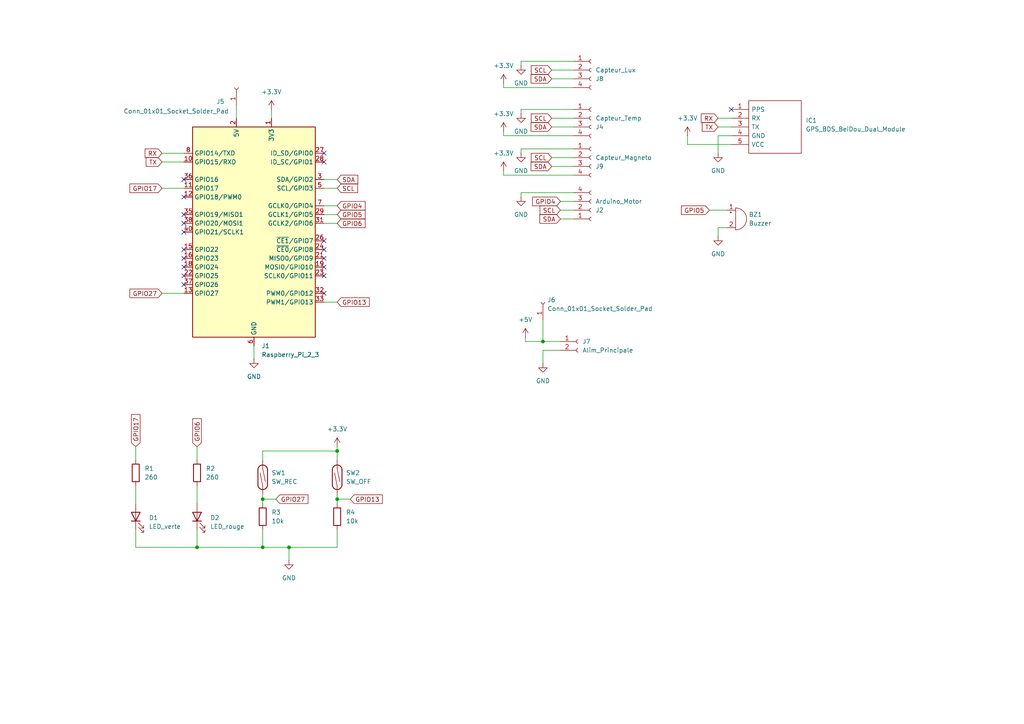
<source format=kicad_sch>
(kicad_sch (version 20231120) (generator "eeschema") (generator_version "8.0")
  (paper "A4")
  (lib_symbols
    (symbol "Conn_01x02_Socket_5v_IN_1" (pin_names (offset 1.016) hide)
      (property "Reference" "J7" (at 1.27 0.0001 0))
      (property "Value" "Conn_01x02_Socket_5v_IN" (at 1.27 -2.5399 0))
      (symbol "Conn_01x02_Socket_5v_IN_1_1_1"
        (arc (start 0 -2.032) (mid -0.5058 -2.54) (end 0 -3.048) (stroke (width 0.1524)))
        (polyline (pts (xy -1.27 -2.54) (xy -0.508 -2.54)) (stroke (width 0.1524)))
        (polyline (pts (xy -1.27 0) (xy -0.508 0)) (stroke (width 0.1524)))
        (arc (start 0 0.508) (mid -0.5058 0) (end 0 -0.508) (stroke (width 0.1524)))
        (pin passive line (at -5.08 0 0) (length 3.81) (name "Pin_1") (number "1"))
        (pin power_out line (at -5.08 -2.54 0) (length 3.81) (name "Pin_2") (number "2"))
      )
    )
    (symbol "Conn_01x04_Socket_1" (pin_names (offset 1.016) hide)
      (property "Reference" "J4" (at 1.27 0.0001 0))
      (property "Value" "Capteur_Temp" (at 1.27 -2.5399 0))
      (symbol "Conn_01x04_Socket_1_1_1"
        (arc (start 0 -4.572) (mid -0.5058 -5.08) (end 0 -5.588) (stroke (width 0.1524)))
        (arc (start 0 -2.032) (mid -0.5058 -2.54) (end 0 -3.048) (stroke (width 0.1524)))
        (polyline (pts (xy -1.27 -5.08) (xy -0.508 -5.08)) (stroke (width 0.1524)))
        (polyline (pts (xy -1.27 -2.54) (xy -0.508 -2.54)) (stroke (width 0.1524)))
        (polyline (pts (xy -1.27 0) (xy -0.508 0)) (stroke (width 0.1524)))
        (polyline (pts (xy -1.27 2.54) (xy -0.508 2.54)) (stroke (width 0.1524)))
        (arc (start 0 0.508) (mid -0.5058 0) (end 0 -0.508) (stroke (width 0.1524)))
        (arc (start 0 3.048) (mid -0.5058 2.54) (end 0 2.032) (stroke (width 0.1524)))
        (pin passive line (at -5.08 -5.08 0) (length 3.81) (name "Pin_1") (number "1"))
        (pin passive line (at -5.08 -2.54 0) (length 3.81) (name "Pin_2") (number "2"))
        (pin passive line (at -5.08 0 0) (length 3.81) (name "Pin_3") (number "3"))
        (pin passive line (at -5.08 2.54 0) (length 3.81) (name "Pin_4") (number "4"))
      )
    )
    (symbol "Connector:Conn_01x04_Socket" (pin_names (offset 1.016) hide)
      (property "Reference" "J" (at 0 5.08 0))
      (property "Value" "Conn_01x04_Socket" (at 0 -7.62 0))
      (symbol "Conn_01x04_Socket_1_1"
        (arc (start 0 -4.572) (mid -0.5058 -5.08) (end 0 -5.588) (stroke (width 0.1524)))
        (arc (start 0 -2.032) (mid -0.5058 -2.54) (end 0 -3.048) (stroke (width 0.1524)))
        (polyline (pts (xy -1.27 -5.08) (xy -0.508 -5.08)) (stroke (width 0.1524)))
        (polyline (pts (xy -1.27 -2.54) (xy -0.508 -2.54)) (stroke (width 0.1524)))
        (polyline (pts (xy -1.27 0) (xy -0.508 0)) (stroke (width 0.1524)))
        (polyline (pts (xy -1.27 2.54) (xy -0.508 2.54)) (stroke (width 0.1524)))
        (arc (start 0 0.508) (mid -0.5058 0) (end 0 -0.508) (stroke (width 0.1524)))
        (arc (start 0 3.048) (mid -0.5058 2.54) (end 0 2.032) (stroke (width 0.1524)))
        (pin passive line (at -5.08 2.54 0) (length 3.81) (name "Pin_1") (number "1"))
        (pin passive line (at -5.08 0 0) (length 3.81) (name "Pin_2") (number "2"))
        (pin passive line (at -5.08 -2.54 0) (length 3.81) (name "Pin_3") (number "3"))
        (pin passive line (at -5.08 -5.08 0) (length 3.81) (name "Pin_4") (number "4"))
      )
    )
    (symbol "Connector:Raspberry_Pi_2_3"
      (property "Reference" "J1" (at 2.1941 -33.02 0))
      (property "Value" "Raspberry_Pi_2_3" (at 2.1941 -35.56 0))
      (symbol "Raspberry_Pi_2_3_0_1"
        (rectangle (start -17.78 30.48) (end 17.78 -30.48) (stroke (width 0.254)) (fill (type background)))
      )
      (symbol "Raspberry_Pi_2_3_1_1"
        (pin power_out line (at 5.08 33.02 270) (length 2.54) (name "3V3") (number "1"))
        (pin bidirectional line (at -20.32 20.32 0) (length 2.54) (name "GPIO15/RXD") (number "10"))
        (pin bidirectional line (at -20.32 12.7 0) (length 2.54) (name "GPIO17") (number "11"))
        (pin bidirectional line (at -20.32 10.16 0) (length 2.54) (name "GPIO18/PWM0") (number "12"))
        (pin bidirectional line (at -20.32 -17.78 0) (length 2.54) (name "GPIO27") (number "13"))
        (pin passive line (at 0 -33.02 90) (length 2.54) hide (name "GND") (number "14"))
        (pin bidirectional line (at -20.32 -5.08 0) (length 2.54) (name "GPIO22") (number "15"))
        (pin bidirectional line (at -20.32 -7.62 0) (length 2.54) (name "GPIO23") (number "16"))
        (pin passive line (at 5.08 33.02 270) (length 2.54) hide (name "3V3") (number "17"))
        (pin bidirectional line (at -20.32 -10.16 0) (length 2.54) (name "GPIO24") (number "18"))
        (pin bidirectional line (at 20.32 -10.16 180) (length 2.54) (name "MOSI0/GPIO10") (number "19"))
        (pin power_in line (at -5.08 33.02 270) (length 2.54) (name "5V") (number "2"))
        (pin passive line (at 0 -33.02 90) (length 2.54) hide (name "GND") (number "20"))
        (pin bidirectional line (at 20.32 -7.62 180) (length 2.54) (name "MISO0/GPIO9") (number "21"))
        (pin bidirectional line (at -20.32 -12.7 0) (length 2.54) (name "GPIO25") (number "22"))
        (pin bidirectional line (at 20.32 -12.7 180) (length 2.54) (name "SCLK0/GPIO11") (number "23"))
        (pin bidirectional line (at 20.32 -5.08 180) (length 2.54) (name "~{CE0}/GPIO8") (number "24"))
        (pin passive line (at 0 -33.02 90) (length 2.54) hide (name "GND") (number "25"))
        (pin bidirectional line (at 20.32 -2.54 180) (length 2.54) (name "~{CE1}/GPIO7") (number "26"))
        (pin bidirectional line (at 20.32 22.86 180) (length 2.54) (name "ID_SD/GPIO0") (number "27"))
        (pin bidirectional line (at 20.32 20.32 180) (length 2.54) (name "ID_SC/GPIO1") (number "28"))
        (pin bidirectional line (at 20.32 5.08 180) (length 2.54) (name "GCLK1/GPIO5") (number "29"))
        (pin bidirectional line (at 20.32 15.24 180) (length 2.54) (name "SDA/GPIO2") (number "3"))
        (pin passive line (at 0 -33.02 90) (length 2.54) hide (name "GND") (number "30"))
        (pin bidirectional line (at 20.32 2.54 180) (length 2.54) (name "GCLK2/GPIO6") (number "31"))
        (pin bidirectional line (at 20.32 -17.78 180) (length 2.54) (name "PWM0/GPIO12") (number "32"))
        (pin bidirectional line (at 20.32 -20.32 180) (length 2.54) (name "PWM1/GPIO13") (number "33"))
        (pin passive line (at 0 -33.02 90) (length 2.54) hide (name "GND") (number "34"))
        (pin bidirectional line (at -20.32 5.08 0) (length 2.54) (name "GPIO19/MISO1") (number "35"))
        (pin bidirectional line (at -20.32 15.24 0) (length 2.54) (name "GPIO16") (number "36"))
        (pin bidirectional line (at -20.32 -15.24 0) (length 2.54) (name "GPIO26") (number "37"))
        (pin bidirectional line (at -20.32 2.54 0) (length 2.54) (name "GPIO20/MOSI1") (number "38"))
        (pin passive line (at 0 -33.02 90) (length 2.54) hide (name "GND") (number "39"))
        (pin passive line (at -5.08 33.02 270) (length 2.54) hide (name "5V") (number "4"))
        (pin bidirectional line (at -20.32 0 0) (length 2.54) (name "GPIO21/SCLK1") (number "40"))
        (pin bidirectional line (at 20.32 12.7 180) (length 2.54) (name "SCL/GPIO3") (number "5"))
        (pin power_in line (at 0 -33.02 90) (length 2.54) (name "GND") (number "6"))
        (pin bidirectional line (at 20.32 7.62 180) (length 2.54) (name "GCLK0/GPIO4") (number "7"))
        (pin bidirectional line (at -20.32 22.86 0) (length 2.54) (name "GPIO14/TXD") (number "8"))
        (pin passive line (at 0 -33.02 90) (length 2.54) hide (name "GND") (number "9"))
      )
    )
    (symbol "Device:Buzzer" (pin_names (offset 0.0254) hide)
      (property "Reference" "BZ" (at 3.81 1.27 0))
      (property "Value" "Buzzer" (at 3.81 -1.27 0))
      (symbol "Buzzer_0_1"
        (arc (start 0 -3.175) (mid 3.1612 0) (end 0 3.175))
        (polyline (pts (xy -1.651 1.905) (xy -1.143 1.905)))
        (polyline (pts (xy -1.397 2.159) (xy -1.397 1.651)))
        (polyline (pts (xy 0 3.175) (xy 0 -3.175)))
      )
      (symbol "Buzzer_1_1"
        (pin passive line (at -2.54 2.54 0) (length 2.54) (name "+") (number "1"))
        (pin passive line (at -2.54 -2.54 0) (length 2.54) (name "-") (number "2"))
      )
    )
    (symbol "Device:LED" (pin_numbers hide) (pin_names (offset 1.016) hide)
      (property "Reference" "D" (at 0 2.54 0))
      (property "Value" "LED" (at 0 -2.54 0))
      (symbol "LED_0_1"
        (polyline (pts (xy -1.27 -1.27) (xy -1.27 1.27)) (stroke (width 0.254)))
        (polyline (pts (xy -1.27 0) (xy 1.27 0)))
        (polyline (pts (xy 1.27 -1.27) (xy 1.27 1.27) (xy -1.27 0) (xy 1.27 -1.27)) (stroke (width 0.254)))
        (polyline (pts (xy -3.048 -0.762) (xy -4.572 -2.286) (xy -3.81 -2.286) (xy -4.572 -2.286) (xy -4.572 -1.524)))
        (polyline (pts (xy -1.778 -0.762) (xy -3.302 -2.286) (xy -2.54 -2.286) (xy -3.302 -2.286) (xy -3.302 -1.524)))
      )
      (symbol "LED_1_1"
        (pin passive line (at -3.81 0 0) (length 2.54) (name "K") (number "1"))
        (pin passive line (at 3.81 0 180) (length 2.54) (name "A") (number "2"))
      )
    )
    (symbol "Device:R" (pin_numbers hide) (pin_names (offset 0))
      (property "Reference" "R" (at 2.032 0 90))
      (property "Value" "R" (at 0 0 90))
      (symbol "R_0_1"
        (rectangle (start -1.016 -2.54) (end 1.016 2.54) (stroke (width 0.254)))
      )
      (symbol "R_1_1"
        (pin passive line (at 0 3.81 270) (length 1.27) (name "~") (number "1"))
        (pin passive line (at 0 -3.81 90) (length 1.27) (name "~") (number "2"))
      )
    )
    (symbol "Kosmos_4.0_motor:Conn_01x01_Socket_Solder_Pad" (pin_names (offset 1.016) hide)
      (property "Reference" "J" (at 0 2.54 0))
      (property "Value" "Conn_01x01_Socket_Solder_Pad" (at 0 -2.54 0))
      (symbol "Conn_01x01_Socket_Solder_Pad_1_1"
        (polyline (pts (xy -1.27 0) (xy -0.508 0)) (stroke (width 0.1524)))
        (arc (start 0 0.508) (mid -0.5058 0) (end 0 -0.508) (stroke (width 0.1524)))
        (pin power_out line (at -5.08 0 0) (length 3.81) (name "Pin_1") (number "1"))
      )
    )
    (symbol "Kosmos_4.0_motor:GPS_BDS_BeiDou_Dual_Module" (pin_names (offset 0.762))
      (property "Reference" "IC1" (at 21.59 1.9051 0))
      (property "Value" "GPS_BDS_BeiDou_Dual_Module" (at 21.59 -0.6349 0))
      (symbol "GPS_BDS_BeiDou_Dual_Module_0_1"
        (polyline (pts (xy 5.08 7.62) (xy 20.32 7.62) (xy 20.32 -7.62) (xy 5.08 -7.62) (xy 5.08 7.62)) (stroke (width 0.1524)))
      )
      (symbol "GPS_BDS_BeiDou_Dual_Module_1_0"
        (pin passive line (at 0 5.08 0) (length 5.08) (name "PPS") (number "1"))
        (pin passive line (at 0 2.54 0) (length 5.08) (name "RX") (number "2"))
        (pin passive line (at 0 0 0) (length 5.08) (name "TX") (number "3"))
        (pin passive line (at 0 -2.54 0) (length 5.08) (name "GND") (number "4"))
        (pin passive line (at 0 -5.08 0) (length 5.08) (name "VCC") (number "5"))
      )
    )
    (symbol "Switch:SW_Reed" (pin_numbers hide) (pin_names (offset 0) hide)
      (property "Reference" "SW" (at 0 2.54 0))
      (property "Value" "SW_Reed" (at 0 -2.54 0))
      (symbol "SW_Reed_0_0"
        (arc (start -2.159 1.397) (mid -3.55 0) (end -2.159 -1.397) (stroke (width 0.254)))
        (polyline (pts (xy -2.54 0) (xy 1.27 0.762)))
        (polyline (pts (xy -2.159 -1.397) (xy 2.286 -1.397)) (stroke (width 0.254)))
        (polyline (pts (xy 2.159 1.397) (xy -2.159 1.397)) (stroke (width 0.254)))
        (polyline (pts (xy 2.54 0) (xy -1.27 -0.762)))
        (arc (start 2.159 -1.397) (mid 3.55 0) (end 2.159 1.397) (stroke (width 0.254)))
      )
      (symbol "SW_Reed_1_1"
        (pin passive line (at -5.08 0 0) (length 2.54) (name "1") (number "1"))
        (pin passive line (at 5.08 0 180) (length 2.54) (name "2") (number "2"))
      )
    )
    (symbol "power:+3.3V" (power) (pin_numbers hide) (pin_names (offset 0) hide)
      (property "Value" "+3.3V" (at 0 3.556 0))
      (symbol "+3.3V_0_1"
        (polyline (pts (xy -0.762 1.27) (xy 0 2.54)))
        (polyline (pts (xy 0 0) (xy 0 2.54)))
        (polyline (pts (xy 0 2.54) (xy 0.762 1.27)))
      )
      (symbol "+3.3V_1_1"
        (pin power_in line (at 0 0 90) (length 0) (name "~") (number "1"))
      )
    )
    (symbol "power:+5V" (power) (pin_numbers hide) (pin_names (offset 0) hide)
      (property "Value" "+5V" (at 0 3.556 0))
      (symbol "+5V_0_1"
        (polyline (pts (xy -0.762 1.27) (xy 0 2.54)))
        (polyline (pts (xy 0 0) (xy 0 2.54)))
        (polyline (pts (xy 0 2.54) (xy 0.762 1.27)))
      )
      (symbol "+5V_1_1"
        (pin power_in line (at 0 0 90) (length 0) (name "~") (number "1"))
      )
    )
    (symbol "power:GND" (power) (pin_numbers hide) (pin_names (offset 0) hide)
      (property "Value" "GND" (at 0 -3.81 0))
      (symbol "GND_0_1"
        (polyline (pts (xy 0 0) (xy 0 -1.27) (xy 1.27 -1.27) (xy 0 -2.54) (xy -1.27 -1.27) (xy 0 -1.27)))
      )
      (symbol "GND_1_1"
        (pin power_in line (at 0 0 270) (length 0) (name "~") (number "1"))
      )
    )
  )
  (junction (at 76.2 144.78))
  (junction (at 97.79 144.78))
  (junction (at 76.2 158.75))
  (junction (at 83.82 158.75))
  (junction (at 97.79 130.81))
  (junction (at 57.15 158.75))
  (junction (at 157.48 99.06))
  (no_connect (at 93.98 74.93))
  (no_connect (at 93.98 72.39))
  (no_connect (at 93.98 80.01))
  (no_connect (at 53.34 64.77))
  (no_connect (at 53.34 80.01))
  (no_connect (at 53.34 74.93))
  (no_connect (at 93.98 44.45))
  (no_connect (at 93.98 69.85))
  (no_connect (at 53.34 72.39))
  (no_connect (at 93.98 85.09))
  (no_connect (at 93.98 77.47))
  (no_connect (at 53.34 77.47))
  (no_connect (at 53.34 57.15))
  (no_connect (at 212.09 31.75))
  (no_connect (at 53.34 67.31))
  (no_connect (at 53.34 52.07))
  (no_connect (at 93.98 46.99))
  (no_connect (at 53.34 82.55))
  (no_connect (at 53.34 62.23))
  (wire (pts (xy 151.13 57.15) (xy 151.13 55.88)))
  (wire (pts (xy 151.13 17.78) (xy 166.37 17.78)))
  (wire (pts (xy 199.39 41.91) (xy 199.39 39.37)))
  (wire (pts (xy 93.98 52.07) (xy 97.79 52.07)))
  (wire (pts (xy 212.09 41.91) (xy 199.39 41.91)))
  (wire (pts (xy 151.13 55.88) (xy 166.37 55.88)))
  (wire (pts (xy 93.98 59.69) (xy 97.79 59.69)))
  (wire (pts (xy 76.2 130.81) (xy 76.2 133.35)))
  (wire (pts (xy 57.15 158.75) (xy 76.2 158.75)))
  (wire (pts (xy 97.79 144.78) (xy 101.6 144.78)))
  (wire (pts (xy 46.99 46.99) (xy 53.34 46.99)))
  (wire (pts (xy 160.02 22.86) (xy 166.37 22.86)))
  (wire (pts (xy 93.98 54.61) (xy 97.79 54.61)))
  (wire (pts (xy 76.2 130.81) (xy 97.79 130.81)))
  (wire (pts (xy 76.2 144.78) (xy 80.01 144.78)))
  (wire (pts (xy 162.56 63.5) (xy 166.37 63.5)))
  (wire (pts (xy 76.2 158.75) (xy 83.82 158.75)))
  (wire (pts (xy 151.13 31.75) (xy 151.13 33.02)))
  (wire (pts (xy 39.37 129.54) (xy 39.37 133.35)))
  (wire (pts (xy 208.28 39.37) (xy 208.28 44.45)))
  (wire (pts (xy 151.13 31.75) (xy 166.37 31.75)))
  (wire (pts (xy 97.79 130.81) (xy 97.79 129.54)))
  (wire (pts (xy 151.13 43.18) (xy 166.37 43.18)))
  (wire (pts (xy 152.4 97.79) (xy 152.4 99.06)))
  (wire (pts (xy 76.2 143.51) (xy 76.2 144.78)))
  (wire (pts (xy 93.98 64.77) (xy 97.79 64.77)))
  (wire (pts (xy 157.48 99.06) (xy 162.56 99.06)))
  (wire (pts (xy 160.02 48.26) (xy 166.37 48.26)))
  (wire (pts (xy 160.02 20.32) (xy 166.37 20.32)))
  (wire (pts (xy 146.05 50.8) (xy 146.05 49.53)))
  (wire (pts (xy 162.56 60.96) (xy 166.37 60.96)))
  (wire (pts (xy 78.74 31.75) (xy 78.74 34.29)))
  (wire (pts (xy 76.2 153.67) (xy 76.2 158.75)))
  (wire (pts (xy 157.48 105.41) (xy 157.48 101.6)))
  (wire (pts (xy 97.79 144.78) (xy 97.79 146.05)))
  (wire (pts (xy 46.99 54.61) (xy 53.34 54.61)))
  (wire (pts (xy 76.2 144.78) (xy 76.2 146.05)))
  (wire (pts (xy 208.28 68.58) (xy 208.28 66.04)))
  (wire (pts (xy 73.66 100.33) (xy 73.66 104.14)))
  (wire (pts (xy 146.05 25.4) (xy 166.37 25.4)))
  (wire (pts (xy 162.56 58.42) (xy 166.37 58.42)))
  (wire (pts (xy 208.28 34.29) (xy 212.09 34.29)))
  (wire (pts (xy 97.79 143.51) (xy 97.79 144.78)))
  (wire (pts (xy 160.02 34.29) (xy 166.37 34.29)))
  (wire (pts (xy 83.82 162.56) (xy 83.82 158.75)))
  (wire (pts (xy 57.15 140.97) (xy 57.15 146.05)))
  (wire (pts (xy 146.05 39.37) (xy 146.05 38.1)))
  (wire (pts (xy 146.05 25.4) (xy 146.05 24.13)))
  (wire (pts (xy 146.05 39.37) (xy 166.37 39.37)))
  (wire (pts (xy 205.74 60.96) (xy 210.82 60.96)))
  (wire (pts (xy 68.58 30.48) (xy 68.58 34.29)))
  (wire (pts (xy 208.28 66.04) (xy 210.82 66.04)))
  (wire (pts (xy 160.02 45.72) (xy 166.37 45.72)))
  (wire (pts (xy 212.09 39.37) (xy 208.28 39.37)))
  (wire (pts (xy 157.48 92.71) (xy 157.48 99.06)))
  (wire (pts (xy 57.15 129.54) (xy 57.15 133.35)))
  (wire (pts (xy 46.99 44.45) (xy 53.34 44.45)))
  (wire (pts (xy 93.98 62.23) (xy 97.79 62.23)))
  (wire (pts (xy 39.37 158.75) (xy 57.15 158.75)))
  (wire (pts (xy 39.37 153.67) (xy 39.37 158.75)))
  (wire (pts (xy 151.13 43.18) (xy 151.13 44.45)))
  (wire (pts (xy 93.98 87.63) (xy 97.79 87.63)))
  (wire (pts (xy 152.4 99.06) (xy 157.48 99.06)))
  (wire (pts (xy 57.15 153.67) (xy 57.15 158.75)))
  (wire (pts (xy 46.99 85.09) (xy 53.34 85.09)))
  (wire (pts (xy 146.05 50.8) (xy 166.37 50.8)))
  (wire (pts (xy 157.48 101.6) (xy 162.56 101.6)))
  (wire (pts (xy 97.79 153.67) (xy 97.79 158.75)))
  (wire (pts (xy 208.28 36.83) (xy 212.09 36.83)))
  (wire (pts (xy 39.37 140.97) (xy 39.37 146.05)))
  (wire (pts (xy 151.13 17.78) (xy 151.13 19.05)))
  (wire (pts (xy 160.02 36.83) (xy 166.37 36.83)))
  (wire (pts (xy 97.79 130.81) (xy 97.79 133.35)))
  (wire (pts (xy 83.82 158.75) (xy 97.79 158.75)))
  (global_label "GPIO13" (shape input) (at 97.79 87.63 0) (property "Intersheetrefs" "${INTERSHEET_REFS}" (effects (hide yes))))
  (global_label "GPIO4" (shape input) (at 97.79 59.69 0) (property "Intersheetrefs" "${INTERSHEET_REFS}" (effects (hide yes))))
  (global_label "SDA" (shape input) (at 97.79 52.07 0) (property "Intersheetrefs" "${INTERSHEET_REFS}" (effects (hide yes))))
  (global_label "RX" (shape input) (at 46.99 44.45 180) (property "Intersheetrefs" "${INTERSHEET_REFS}" (effects (hide yes))))
  (global_label "RX" (shape input) (at 208.28 34.29 180) (property "Intersheetrefs" "${INTERSHEET_REFS}" (effects (hide yes))))
  (global_label "TX" (shape input) (at 208.28 36.83 180) (property "Intersheetrefs" "${INTERSHEET_REFS}" (effects (hide yes))))
  (global_label "GPIO4" (shape input) (at 162.56 58.42 180) (property "Intersheetrefs" "${INTERSHEET_REFS}" (effects (hide yes))))
  (global_label "GPIO6" (shape input) (at 97.79 64.77 0) (property "Intersheetrefs" "${INTERSHEET_REFS}" (effects (hide yes))))
  (global_label "SCL" (shape input) (at 160.02 20.32 180) (property "Intersheetrefs" "${INTERSHEET_REFS}" (effects (hide yes))))
  (global_label "SDA" (shape input) (at 160.02 36.83 180) (property "Intersheetrefs" "${INTERSHEET_REFS}" (effects (hide yes))))
  (global_label "TX" (shape input) (at 46.99 46.99 180) (property "Intersheetrefs" "${INTERSHEET_REFS}" (effects (hide yes))))
  (global_label "SCL" (shape input) (at 162.56 60.96 180) (property "Intersheetrefs" "${INTERSHEET_REFS}" (effects (hide yes))))
  (global_label "GPIO5" (shape input) (at 205.74 60.96 180) (property "Intersheetrefs" "${INTERSHEET_REFS}" (effects (hide yes))))
  (global_label "GPIO17" (shape input) (at 39.37 129.54 90) (property "Intersheetrefs" "${INTERSHEET_REFS}" (effects (hide yes))))
  (global_label "GPIO6" (shape input) (at 57.15 129.54 90) (property "Intersheetrefs" "${INTERSHEET_REFS}" (effects (hide yes))))
  (global_label "GPIO27" (shape input) (at 46.99 85.09 180) (property "Intersheetrefs" "${INTERSHEET_REFS}" (effects (hide yes))))
  (global_label "GPIO17" (shape input) (at 46.99 54.61 180) (property "Intersheetrefs" "${INTERSHEET_REFS}" (effects (hide yes))))
  (global_label "SDA" (shape input) (at 160.02 22.86 180) (property "Intersheetrefs" "${INTERSHEET_REFS}" (effects (hide yes))))
  (global_label "GPIO5" (shape input) (at 97.79 62.23 0) (property "Intersheetrefs" "${INTERSHEET_REFS}" (effects (hide yes))))
  (global_label "SDA" (shape input) (at 160.02 48.26 180) (property "Intersheetrefs" "${INTERSHEET_REFS}" (effects (hide yes))))
  (global_label "SCL" (shape input) (at 97.79 54.61 0) (property "Intersheetrefs" "${INTERSHEET_REFS}" (effects (hide yes))))
  (global_label "SCL" (shape input) (at 160.02 34.29 180) (property "Intersheetrefs" "${INTERSHEET_REFS}" (effects (hide yes))))
  (global_label "GPIO27" (shape input) (at 80.01 144.78 0) (property "Intersheetrefs" "${INTERSHEET_REFS}" (effects (hide yes))))
  (global_label "GPIO13" (shape input) (at 101.6 144.78 0) (property "Intersheetrefs" "${INTERSHEET_REFS}" (effects (hide yes))))
  (global_label "SCL" (shape input) (at 160.02 45.72 180) (property "Intersheetrefs" "${INTERSHEET_REFS}" (effects (hide yes))))
  (global_label "SDA" (shape input) (at 162.56 63.5 180) (property "Intersheetrefs" "${INTERSHEET_REFS}" (effects (hide yes))))
  (symbol (lib_id "power:+3.3V") (at 146.05 49.53 0) (unit 1)
    (property "Reference" "#PWR013" (effects (hide yes)))
    (property "Value" "+3.3V" (at 146.05 44.45 0))
    (property "Description" "Power symbol creates a global label with name \"+3.3V\"" (effects (hide yes)))
  )
  (symbol (lib_id "power:+3.3V") (at 97.79 129.54 0) (unit 1)
    (property "Reference" "#PWR05" (effects (hide yes)))
    (property "Value" "+3.3V" (at 97.79 124.46 0))
    (property "Description" "Power symbol creates a global label with name \"+3.3V\"" (effects (hide yes)))
  )
  (symbol (lib_id "power:GND") (at 151.13 57.15 0) (unit 1)
    (property "Reference" "#PWR07" (effects (hide yes)))
    (property "Value" "GND" (at 151.13 62.23 0))
    (property "Description" "Power symbol creates a global label with name \"GND\" , ground" (effects (hide yes)))
  )
  (symbol (lib_id "Device:R") (at 57.15 137.16 0) (unit 1)
    (property "Reference" "R2" (at 59.69 135.8899 0) (effects (justify left)))
    (property "Value" "260" (at 59.69 138.4299 0) (effects (justify left)))
    (property "Footprint" "Library_komsos:R_Axial_DIN0207_L6.3mm_D2.5mm_P10.16mm_Horizontal_v2.2mm" (effects (hide yes)))
    (property "Description" "Resistor" (effects (hide yes)))
  )
  (symbol (lib_id "Device:R") (at 39.37 137.16 0) (unit 1)
    (property "Reference" "R1" (at 41.91 135.8899 0) (effects (justify left)))
    (property "Value" "260" (at 41.91 138.4299 0) (effects (justify left)))
    (property "Footprint" "Library_komsos:R_Axial_DIN0207_L6.3mm_D2.5mm_P10.16mm_Horizontal_v2.2mm" (effects (hide yes)))
    (property "Description" "Resistor" (effects (hide yes)))
  )
  (symbol (lib_id "power:GND") (at 151.13 33.02 0) (unit 1)
    (property "Reference" "#PWR02" (effects (hide yes)))
    (property "Value" "GND" (at 151.13 38.1 0))
    (property "Description" "Power symbol creates a global label with name \"GND\" , ground" (effects (hide yes)))
  )
  (symbol (lib_id "power:GND") (at 208.28 68.58 0) (unit 1)
    (property "Reference" "#PWR09" (effects (hide yes)))
    (property "Value" "GND" (at 208.28 73.66 0))
    (property "Description" "Power symbol creates a global label with name \"GND\" , ground" (effects (hide yes)))
  )
  (symbol (lib_id "power:+3.3V") (at 199.39 39.37 0) (unit 1)
    (property "Reference" "#PWR014" (effects (hide yes)))
    (property "Value" "+3.3V" (at 199.39 34.29 0))
    (property "Description" "Power symbol creates a global label with name \"+3.3V\"" (effects (hide yes)))
  )
  (symbol (lib_id "power:+5V") (at 152.4 97.79 0) (unit 1)
    (property "Reference" "#PWR03" (effects (hide yes)))
    (property "Value" "+5V" (at 152.4 92.71 0))
    (property "Description" "Power symbol creates a global label with name \"+5V\"" (effects (hide yes)))
  )
  (symbol (lib_id "Device:LED") (at 39.37 149.86 90) (unit 1)
    (property "Reference" "D1" (at 43.18 150.1774 90) (effects (justify right)))
    (property "Value" "LED_verte" (at 43.18 152.7174 90) (effects (justify right)))
    (property "Footprint" "Library_komsos:LED_D5.0mm_v2.2mm" (effects (hide yes)))
    (property "Description" "Light emitting diode" (effects (hide yes)))
  )
  (symbol (lib_id "Device:R") (at 97.79 149.86 0) (unit 1)
    (property "Reference" "R4" (at 100.33 148.5899 0) (effects (justify left)))
    (property "Value" "10k" (at 100.33 151.1299 0) (effects (justify left)))
    (property "Footprint" "Library_komsos:R_Axial_DIN0207_L6.3mm_D2.5mm_P10.16mm_Horizontal_v2.2mm" (effects (hide yes)))
    (property "Description" "Resistor" (effects (hide yes)))
  )
  (symbol (lib_id "power:GND") (at 151.13 19.05 0) (unit 1)
    (property "Reference" "#PWR010" (effects (hide yes)))
    (property "Value" "GND" (at 151.13 24.13 0))
    (property "Description" "Power symbol creates a global label with name \"GND\" , ground" (effects (hide yes)))
  )
  (symbol (lib_id "power:GND") (at 157.48 105.41 0) (unit 1)
    (property "Reference" "#PWR018" (effects (hide yes)))
    (property "Value" "GND" (at 157.48 110.49 0))
    (property "Description" "Power symbol creates a global label with name \"GND\" , ground" (effects (hide yes)))
  )
  (symbol (lib_id "Device:R") (at 76.2 149.86 0) (unit 1)
    (property "Reference" "R3" (at 78.74 148.5899 0) (effects (justify left)))
    (property "Value" "10k" (at 78.74 151.1299 0) (effects (justify left)))
    (property "Footprint" "Library_komsos:R_Axial_DIN0207_L6.3mm_D2.5mm_P10.16mm_Horizontal_v2.2mm" (effects (hide yes)))
    (property "Description" "Resistor" (effects (hide yes)))
  )
  (symbol (lib_name "Conn_01x04_Socket_1") (lib_id "Connector:Conn_01x04_Socket") (at 171.45 36.83 0) (mirror x) (unit 1)
    (property "Reference" "J4" (at 172.72 36.8301 0) (effects (justify left)))
    (property "Value" "Capteur_Temp" (at 172.72 34.2901 0) (effects (justify left)))
    (property "Footprint" "Library_komsos:JST_EH_S4B-EH_1x04_P2.50mm_Horizontal_kosmos" (effects (hide yes)))
    (property "Description" "Generic connector, single row, 01x04, script generated" (effects (hide yes)))
  )
  (symbol (lib_id "Kosmos_4.0_motor:Conn_01x01_Socket_Solder_Pad") (at 68.58 25.4 90) (unit 1)
    (property "Reference" "J5" (at 62.738 29.464 90) (effects (justify right)))
    (property "Value" "Conn_01x01_Socket_Solder_Pad" (at 35.814 32.258 90) (effects (justify right)))
    (property "Footprint" "Library_komsos:TestPoint_Pad_4.0x4.0mm_KOSMOS" (effects (hide yes)))
    (property "Description" "Generic connector, single row, 01x01, script generated" (effects (hide yes)))
  )
  (symbol (lib_id "Kosmos_4.0_motor:Conn_01x01_Socket_Solder_Pad") (at 157.48 87.63 90) (unit 1)
    (property "Reference" "J6" (at 158.75 86.9949 90) (effects (justify right)))
    (property "Value" "Conn_01x01_Socket_Solder_Pad" (at 158.75 89.5349 90) (effects (justify right)))
    (property "Footprint" "Library_komsos:TestPoint_Pad_4.0x4.0mm_KOSMOS" (effects (hide yes)))
    (property "Description" "Generic connector, single row, 01x01, script generated" (effects (hide yes)))
  )
  (symbol (lib_id "Device:Buzzer") (at 213.36 63.5 0) (unit 1)
    (property "Reference" "BZ1" (at 217.17 62.2299 0) (effects (justify left)))
    (property "Value" "Buzzer" (at 217.17 64.7699 0) (effects (justify left)))
    (property "Footprint" "Library_komsos:Buzzer_D16.8_H8.2_P10_v2.2" (effects (hide yes)))
    (property "Description" "Buzzer, polarized" (effects (hide yes)))
  )
  (symbol (lib_name "Conn_01x04_Socket_1") (lib_id "Connector:Conn_01x04_Socket") (at 171.45 48.26 0) (mirror x) (unit 1)
    (property "Reference" "J9" (at 172.72 48.2601 0) (effects (justify left)))
    (property "Value" "Capteur_Magneto" (at 172.72 45.7201 0) (effects (justify left)))
    (property "Footprint" "Library_komsos:JST_EH_S4B-EH_1x04_P2.50mm_Horizontal_kosmos" (effects (hide yes)))
    (property "Description" "Generic connector, single row, 01x04, script generated" (effects (hide yes)))
  )
  (symbol (lib_id "power:GND") (at 151.13 44.45 0) (unit 1)
    (property "Reference" "#PWR017" (effects (hide yes)))
    (property "Value" "GND" (at 151.13 49.53 0))
    (property "Description" "Power symbol creates a global label with name \"GND\" , ground" (effects (hide yes)))
  )
  (symbol (lib_id "power:GND") (at 83.82 162.56 0) (unit 1)
    (property "Reference" "#PWR015" (effects (hide yes)))
    (property "Value" "GND" (at 83.82 167.64 0))
    (property "Description" "Power symbol creates a global label with name \"GND\" , ground" (effects (hide yes)))
  )
  (symbol (lib_name "Conn_01x04_Socket_1") (lib_id "Connector:Conn_01x04_Socket") (at 171.45 22.86 0) (mirror x) (unit 1)
    (property "Reference" "J8" (at 172.72 22.8601 0) (effects (justify left)))
    (property "Value" "Capteur_Lux" (at 172.72 20.3201 0) (effects (justify left)))
    (property "Footprint" "Library_komsos:JST_EH_S4B-EH_1x04_P2.50mm_Horizontal_kosmos" (effects (hide yes)))
    (property "Description" "Generic connector, single row, 01x04, script generated" (effects (hide yes)))
  )
  (symbol (lib_id "Device:LED") (at 57.15 149.86 90) (unit 1)
    (property "Reference" "D2" (at 60.96 150.1774 90) (effects (justify right)))
    (property "Value" "LED_rouge" (at 60.96 152.7174 90) (effects (justify right)))
    (property "Footprint" "Library_komsos:LED_D5.0mm_v2.2mm" (effects (hide yes)))
    (property "Description" "Light emitting diode" (effects (hide yes)))
  )
  (symbol (lib_id "Switch:SW_Reed") (at 97.79 138.43 90) (unit 1)
    (property "Reference" "SW2" (at 100.33 137.1599 90) (effects (justify right)))
    (property "Value" "SW_OFF" (at 100.33 139.6999 90) (effects (justify right)))
    (property "Footprint" "Library_komsos:R_Axial_DIN0207_L6.3mm_D2.5mm_P13.24mm_Horizontal_v2mm" (effects (hide yes)))
    (property "Description" "reed switch" (effects (hide yes)))
  )
  (symbol (lib_id "power:+3.3V") (at 146.05 38.1 0) (unit 1)
    (property "Reference" "#PWR011" (effects (hide yes)))
    (property "Value" "+3.3V" (at 146.05 33.02 0))
    (property "Description" "Power symbol creates a global label with name \"+3.3V\"" (effects (hide yes)))
  )
  (symbol (lib_id "Connector:Conn_01x04_Socket") (at 171.45 60.96 0) (mirror x) (unit 1)
    (property "Reference" "J2" (at 172.72 60.9601 0) (effects (justify left)))
    (property "Value" "Arduino_Motor" (at 172.72 58.4201 0) (effects (justify left)))
    (property "Footprint" "Library_komsos:JST_EH_S4B-EH_1x04_P2.50mm_Horizontal_kosmos" (effects (hide yes)))
    (property "Description" "Generic connector, single row, 01x04, script generated" (effects (hide yes)))
  )
  (symbol (lib_id "Switch:SW_Reed") (at 76.2 138.43 90) (unit 1)
    (property "Reference" "SW1" (at 78.74 137.1599 90) (effects (justify right)))
    (property "Value" "SW_REC" (at 78.74 139.6999 90) (effects (justify right)))
    (property "Footprint" "Library_komsos:R_Axial_DIN0207_L6.3mm_D2.5mm_P13.24mm_Horizontal_v2mm" (effects (hide yes)))
    (property "Description" "reed switch" (effects (hide yes)))
  )
  (symbol (lib_id "Kosmos_4.0_motor:GPS_BDS_BeiDou_Dual_Module") (at 212.09 36.83 0) (unit 1)
    (property "Reference" "IC1" (at 233.68 34.9249 0) (effects (justify left)))
    (property "Value" "GPS_BDS_BeiDou_Dual_Module" (at 233.68 37.4649 0) (effects (justify left)))
    (property "Footprint" "Library_komsos:GPS_BDS_BeiDou_Dual_Module_v2.2mm" (effects (hide yes)))
  )
  (symbol (lib_id "power:GND") (at 73.66 104.14 0) (unit 1)
    (property "Reference" "#PWR016" (effects (hide yes)))
    (property "Value" "GND" (at 73.66 109.22 0))
    (property "Description" "Power symbol creates a global label with name \"GND\" , ground" (effects (hide yes)))
  )
  (symbol (lib_id "power:+3.3V") (at 78.74 31.75 0) (unit 1)
    (property "Reference" "#PWR06" (effects (hide yes)))
    (property "Value" "+3.3V" (at 78.74 26.67 0))
    (property "Description" "Power symbol creates a global label with name \"+3.3V\"" (effects (hide yes)))
  )
  (symbol (lib_id "Connector:Raspberry_Pi_2_3") (at 73.66 67.31 0) (unit 1)
    (property "Reference" "J1" (at 75.8541 100.33 0) (effects (justify left)))
    (property "Value" "Raspberry_Pi_2_3" (at 75.8541 102.87 0) (effects (justify left)))
    (property "Footprint" "Library_komsos:PinSocket_2x20_P2.54mm_Vertical_pad2.2mm" (effects (hide yes)))
    (property "Datasheet" "https://www.raspberrypi.org/documentation/hardware/raspberrypi/schematics/rpi_SCH_3bplus_1p0_reduced.pdf" (effects (hide yes)))
    (property "Description" "expansion header for Raspberry Pi 2 & 3" (effects (hide yes)))
  )
  (symbol (lib_name "Conn_01x02_Socket_5v_IN_1") (lib_id "Kosmos_4.0_motor:Conn_01x02_Socket_5v_IN") (at 167.64 99.06 0) (unit 1)
    (property "Reference" "J7" (at 168.91 99.0599 0) (effects (justify left)))
    (property "Value" "Alim_Principale" (at 168.91 101.5999 0) (effects (justify left)))
    (property "Footprint" "Library_komsos:TerminalBlock_bornier-2_P5.08mm_v3mm" (effects (hide yes)))
    (property "Description" "Generic connector, single row, 01x02, script generated" (effects (hide yes)))
  )
  (symbol (lib_id "power:GND") (at 208.28 44.45 0) (unit 1)
    (property "Reference" "#PWR01" (effects (hide yes)))
    (property "Value" "GND" (at 208.28 49.53 0))
    (property "Description" "Power symbol creates a global label with name \"GND\" , ground" (effects (hide yes)))
  )
  (symbol (lib_id "power:+3.3V") (at 146.05 24.13 0) (unit 1)
    (property "Reference" "#PWR04" (effects (hide yes)))
    (property "Value" "+3.3V" (at 146.05 19.05 0))
    (property "Description" "Power symbol creates a global label with name \"+3.3V\"" (effects (hide yes)))
  )
)
</source>
